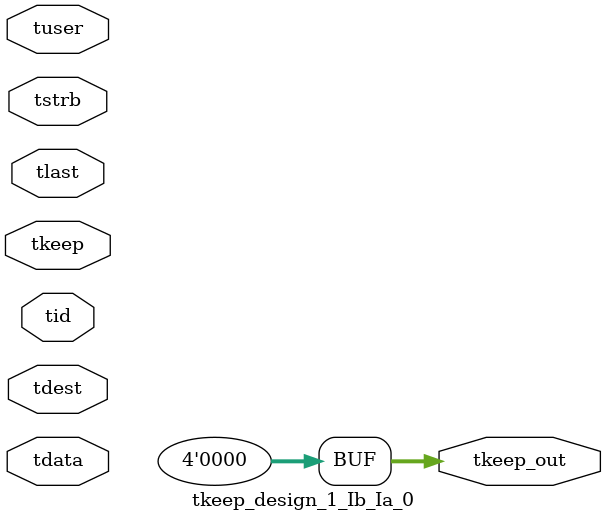
<source format=v>


`timescale 1ps/1ps

module tkeep_design_1_Ib_Ia_0 #
(
parameter C_S_AXIS_TDATA_WIDTH = 32,
parameter C_S_AXIS_TUSER_WIDTH = 0,
parameter C_S_AXIS_TID_WIDTH   = 0,
parameter C_S_AXIS_TDEST_WIDTH = 0,
parameter C_M_AXIS_TDATA_WIDTH = 32
)
(
input  [(C_S_AXIS_TDATA_WIDTH == 0 ? 1 : C_S_AXIS_TDATA_WIDTH)-1:0     ] tdata,
input  [(C_S_AXIS_TUSER_WIDTH == 0 ? 1 : C_S_AXIS_TUSER_WIDTH)-1:0     ] tuser,
input  [(C_S_AXIS_TID_WIDTH   == 0 ? 1 : C_S_AXIS_TID_WIDTH)-1:0       ] tid,
input  [(C_S_AXIS_TDEST_WIDTH == 0 ? 1 : C_S_AXIS_TDEST_WIDTH)-1:0     ] tdest,
input  [(C_S_AXIS_TDATA_WIDTH/8)-1:0 ] tkeep,
input  [(C_S_AXIS_TDATA_WIDTH/8)-1:0 ] tstrb,
input                                                                    tlast,
output [(C_M_AXIS_TDATA_WIDTH/8)-1:0 ] tkeep_out
);

assign tkeep_out = {1'b0};

endmodule


</source>
